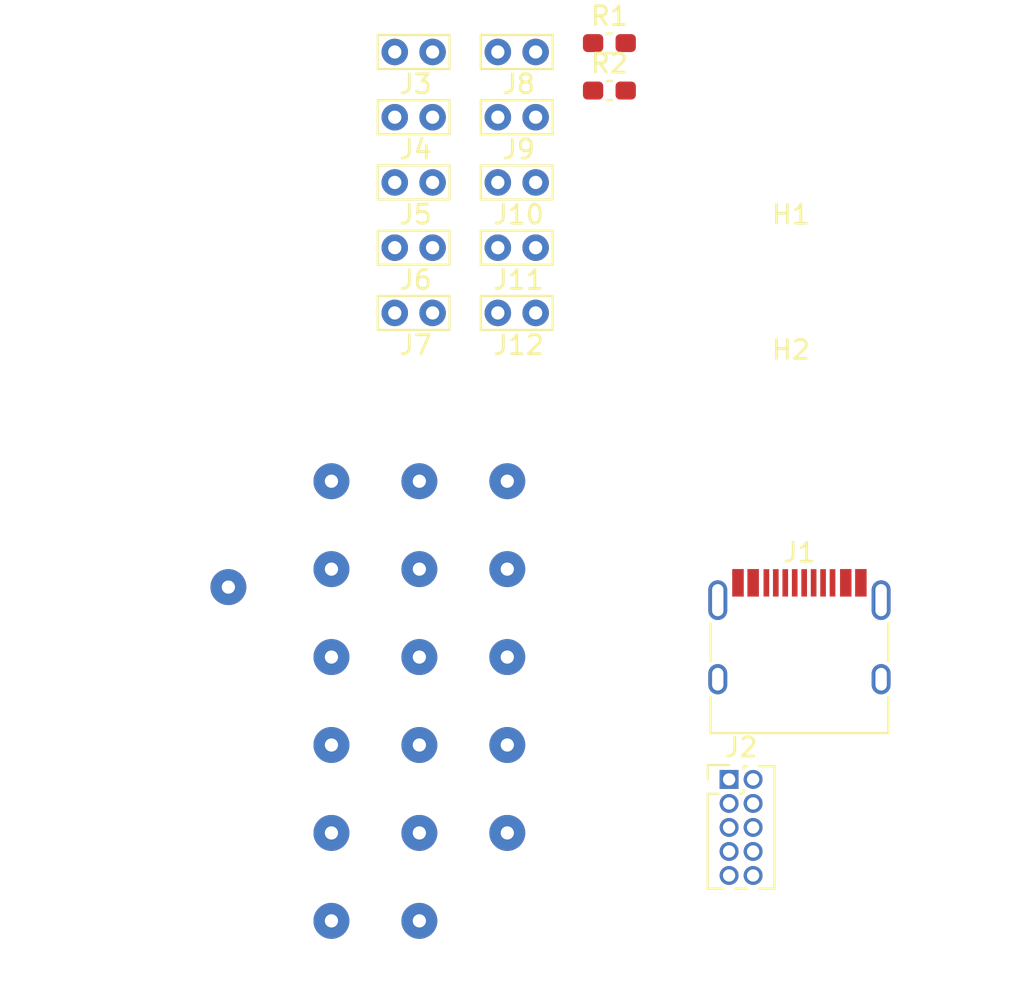
<source format=kicad_pcb>
(kicad_pcb (version 20240108) (generator "pcbnew") (generator_version "8.0")
  (title_block (rev "1"))
  (layers (0 "F.Cu" signal "Front") (31 "B.Cu" signal "Back") (34 "B.Paste" user) (35 "F.Paste" user) (36 "B.SilkS" user "B.Silkscreen") (37 "F.SilkS" user "F.Silkscreen") (38 "B.Mask" user) (39 "F.Mask" user) (44 "Edge.Cuts" user))
  (net 0 "")
  (net 1 "VBUS")
  (net 2 "/D-")
  (net 4 "GND")
  (net 5 "/D+")
  (net 6 "Net-(J1-CC2)")
  (net 8 "Net-(J1-CC1)")
  (net 9 "/SWDO")
  (net 11 "/SWDCK")
  (net 13 "/RESET")
  (net 16 "/SWDIO")
  (net 17 "+12V")
  (net 18 "+3V3")
  (net 19 "/SENSE1")
  (net 20 "/SENSE2")
  (net 21 "/SENSE3")
  (net 22 "/CANRX")
  (net 23 "/CANTX")
  (net 24 "/CANL")
  (net 25 "/CANH")
  (net 26 "/VUSB")
  (net 27 "/BOOT")
  (footprint "TestPoint:TestPoint_Bridge_Pitch2.0mm_Drill0.7mm" (layer "F.Cu") (at 102.15 120.45)
    (property "Reference" "J11" (at 1.1 1.7 0) (layer "F.SilkS"))
    (property "Value" "Conn_01x01_Socket")
    (fp_line (start -0.9 -0.9) (end -0.9 0.9) (stroke (width 0.12)) (layer "F.SilkS"))
    (fp_line (start -0.9 0.9) (end 2.9 0.9) (stroke (width 0.12)) (layer "F.SilkS"))
    (fp_line (start 2.9 -0.9) (end -0.9 -0.9) (stroke (width 0.12)) (layer "F.SilkS"))
    (fp_line (start 2.9 0.9) (end 2.9 -0.9) (stroke (width 0.12)) (layer "F.SilkS"))
    (pad "1" thru_hole circle (at 0 0) (size 1.4 1.4) (drill 0.7) (layers "*.Cu" "*.Mask") (net 24 "/CANL"))
    (pad "1" thru_hole circle (at 2 0) (size 1.4 1.4) (drill 0.7) (layers "*.Cu" "*.Mask") (net 24 "/CANL"))
  )
  (footprint "SJSU_common:MilMax_Pogo_0906-0-15-20-76-14-11-0" (layer "F.Cu") (at 98 151.4)
    (property "Reference" "TP12" (hide yes))
    (property "Value" "0906-0-15-20-76-14-11-0")
    (pad "1" thru_hole circle (at 0 0) (size 1.9 1.9) (drill 0.7) (layers "*.Cu" "*.Mask") (net 22 "/CANRX"))
  )
  (footprint "SJSU_common:MilMax_Pogo_0906-0-15-20-76-14-11-0" (layer "F.Cu") (at 87.9 138.4)
    (property "Reference" "TP1" (hide yes))
    (property "Value" "0906-0-15-20-76-14-11-0")
    (pad "1" thru_hole circle (at 0 0) (size 1.9 1.9) (drill 0.7) (layers "*.Cu" "*.Mask") (net 19 "/SENSE1"))
  )
  (footprint "SJSU_common:MilMax_Pogo_0906-0-15-20-76-14-11-0" (layer "F.Cu") (at 98 142.1)
    (property "Reference" "TP10" (hide yes))
    (property "Value" "0906-0-15-20-76-14-11-0")
    (pad "1" thru_hole circle (at 0 0) (size 1.9 1.9) (drill 0.7) (layers "*.Cu" "*.Mask") (net 4 "GND"))
  )
  (footprint "SJSU_common:MilMax_Pogo_0906-0-15-20-76-14-11-0" (layer "F.Cu") (at 93.35 142.1)
    (property "Reference" "TP4" (hide yes))
    (property "Value" "0906-0-15-20-76-14-11-0")
    (pad "1" thru_hole circle (at 0 0) (size 1.9 1.9) (drill 0.7) (layers "*.Cu" "*.Mask") (net 16 "/SWDIO"))
  )
  (footprint "SJSU_common:MilMax_Pogo_0906-0-15-20-76-14-11-0" (layer "F.Cu") (at 102.65 132.8)
    (property "Reference" "TP14" (hide yes))
    (property "Value" "0906-0-15-20-76-14-11-0")
    (pad "1" thru_hole circle (at 0 0) (size 1.9 1.9) (drill 0.7) (layers "*.Cu" "*.Mask") (net 27 "/BOOT"))
  )
  (footprint "SJSU_common:MilMax_Pogo_0906-0-15-20-76-14-11-0" (layer "F.Cu") (at 98 156.05)
    (property "Reference" "TP13" (hide yes))
    (property "Value" "0906-0-15-20-76-14-11-0")
    (pad "1" thru_hole circle (at 0 0) (size 1.9 1.9) (drill 0.7) (layers "*.Cu" "*.Mask") (net 23 "/CANTX"))
  )
  (footprint "Capacitor_SMD:C_0603_1608Metric_Pad1.08x0.95mm_HandSolder" (layer "F.Cu") (at 108.05 112.14)
    (property "Reference" "R2" (at 0 -1.43 0) (layer "F.SilkS"))
    (property "Value" "5.1k")
    (fp_line (start -0.146267 -0.51) (end 0.146267 -0.51) (stroke (width 0.12)) (layer "F.SilkS"))
    (fp_line (start -0.146267 0.51) (end 0.146267 0.51) (stroke (width 0.12)) (layer "F.SilkS"))
    (pad "1" smd roundrect (at -0.8625 0) (size 1.075 0.95) (layers "F.Cu" "F.Paste" "F.Mask") (net 4 "GND"))
    (pad "2" smd roundrect (at 0.8625 0) (size 1.075 0.95) (layers "F.Cu" "F.Paste" "F.Mask") (net 6 "Net-(J1-CC2)"))
  )
  (footprint "SJSU_common:MilMax_Pogo_0906-0-15-20-76-14-11-0" (layer "F.Cu") (at 102.65 142.1)
    (property "Reference" "TP16" (hide yes))
    (property "Value" "0906-0-15-20-76-14-11-0")
    (pad "1" thru_hole circle (at 0 0) (size 1.9 1.9) (drill 0.7) (layers "*.Cu" "*.Mask") (net 25 "/CANH"))
  )
  (footprint "SJSU_common:MilMax_Pogo_0906-0-15-20-76-14-11-0" (layer "F.Cu") (at 93.35 151.4)
    (property "Reference" "TP6" (hide yes))
    (property "Value" "0906-0-15-20-76-14-11-0")
    (pad "1" thru_hole circle (at 0 0) (size 1.9 1.9) (drill 0.7) (layers "*.Cu" "*.Mask") (net 11 "/SWDCK"))
  )
  (footprint "MountingHole:MountingHole_3.2mm_M3_DIN965" (layer "F.Cu") (at 117.65 122.5)
    (property "Reference" "H1" (at 0 -3.8 0) (layer "F.SilkS"))
    (property "Value" "MountingHole")
    (pad "" np_thru_hole circle (at 0 0) (size 3.2 3.2) (drill 3.2) (layers "*.Cu" "*.Mask"))
  )
  (footprint "MountingHole:MountingHole_3.2mm_M3_DIN965" (layer "F.Cu") (at 117.65 129.65)
    (property "Reference" "H2" (at 0 -3.8 0) (layer "F.SilkS"))
    (property "Value" "MountingHole")
    (pad "" np_thru_hole circle (at 0 0) (size 3.2 3.2) (drill 3.2) (layers "*.Cu" "*.Mask"))
  )
  (footprint "TestPoint:TestPoint_Bridge_Pitch2.0mm_Drill0.7mm" (layer "F.Cu") (at 96.7 123.9)
    (property "Reference" "J7" (at 1.1 1.7 0) (layer "F.SilkS"))
    (property "Value" "Conn_01x01_Socket")
    (fp_line (start -0.9 -0.9) (end -0.9 0.9) (stroke (width 0.12)) (layer "F.SilkS"))
    (fp_line (start -0.9 0.9) (end 2.9 0.9) (stroke (width 0.12)) (layer "F.SilkS"))
    (fp_line (start 2.9 -0.9) (end -0.9 -0.9) (stroke (width 0.12)) (layer "F.SilkS"))
    (fp_line (start 2.9 0.9) (end 2.9 -0.9) (stroke (width 0.12)) (layer "F.SilkS"))
    (pad "1" thru_hole circle (at 0 0) (size 1.4 1.4) (drill 0.7) (layers "*.Cu" "*.Mask") (net 20 "/SENSE2"))
    (pad "1" thru_hole circle (at 2 0) (size 1.4 1.4) (drill 0.7) (layers "*.Cu" "*.Mask") (net 20 "/SENSE2"))
  )
  (footprint "SJSU_common:MilMax_Pogo_0906-0-15-20-76-14-11-0" (layer "F.Cu") (at 93.35 132.8)
    (property "Reference" "TP2" (hide yes))
    (property "Value" "0906-0-15-20-76-14-11-0")
    (pad "1" thru_hole circle (at 0 0) (size 1.9 1.9) (drill 0.7) (layers "*.Cu" "*.Mask") (net 17 "+12V"))
  )
  (footprint "Capacitor_SMD:C_0603_1608Metric_Pad1.08x0.95mm_HandSolder" (layer "F.Cu") (at 108.05 109.63)
    (property "Reference" "R1" (at 0 -1.43 0) (layer "F.SilkS"))
    (property "Value" "5.1k")
    (fp_line (start -0.146267 -0.51) (end 0.146267 -0.51) (stroke (width 0.12)) (layer "F.SilkS"))
    (fp_line (start -0.146267 0.51) (end 0.146267 0.51) (stroke (width 0.12)) (layer "F.SilkS"))
    (pad "1" smd roundrect (at -0.8625 0) (size 1.075 0.95) (layers "F.Cu" "F.Paste" "F.Mask") (net 8 "Net-(J1-CC1)"))
    (pad "2" smd roundrect (at 0.8625 0) (size 1.075 0.95) (layers "F.Cu" "F.Paste" "F.Mask") (net 4 "GND"))
  )
  (footprint "SJSU_common:MilMax_Pogo_0906-0-15-20-76-14-11-0" (layer "F.Cu") (at 93.35 146.75)
    (property "Reference" "TP5" (hide yes))
    (property "Value" "0906-0-15-20-76-14-11-0")
    (pad "1" thru_hole circle (at 0 0) (size 1.9 1.9) (drill 0.7) (layers "*.Cu" "*.Mask") (net 13 "/RESET"))
  )
  (footprint "TestPoint:TestPoint_Bridge_Pitch2.0mm_Drill0.7mm" (layer "F.Cu") (at 102.15 113.55)
    (property "Reference" "J9" (at 1.1 1.7 0) (layer "F.SilkS"))
    (property "Value" "Conn_01x01_Socket")
    (fp_line (start -0.9 -0.9) (end -0.9 0.9) (stroke (width 0.12)) (layer "F.SilkS"))
    (fp_line (start -0.9 0.9) (end 2.9 0.9) (stroke (width 0.12)) (layer "F.SilkS"))
    (fp_line (start 2.9 -0.9) (end -0.9 -0.9) (stroke (width 0.12)) (layer "F.SilkS"))
    (fp_line (start 2.9 0.9) (end 2.9 -0.9) (stroke (width 0.12)) (layer "F.SilkS"))
    (pad "1" thru_hole circle (at 0 0) (size 1.4 1.4) (drill 0.7) (layers "*.Cu" "*.Mask") (net 22 "/CANRX"))
    (pad "1" thru_hole circle (at 2 0) (size 1.4 1.4) (drill 0.7) (layers "*.Cu" "*.Mask") (net 22 "/CANRX"))
  )
  (footprint "TestPoint:TestPoint_Bridge_Pitch2.0mm_Drill0.7mm" (layer "F.Cu") (at 102.15 123.9)
    (property "Reference" "J12" (at 1.1 1.7 0) (layer "F.SilkS"))
    (property "Value" "Conn_01x01_Socket")
    (fp_line (start -0.9 -0.9) (end -0.9 0.9) (stroke (width 0.12)) (layer "F.SilkS"))
    (fp_line (start -0.9 0.9) (end 2.9 0.9) (stroke (width 0.12)) (layer "F.SilkS"))
    (fp_line (start 2.9 -0.9) (end -0.9 -0.9) (stroke (width 0.12)) (layer "F.SilkS"))
    (fp_line (start 2.9 0.9) (end 2.9 -0.9) (stroke (width 0.12)) (layer "F.SilkS"))
    (pad "1" thru_hole circle (at 0 0) (size 1.4 1.4) (drill 0.7) (layers "*.Cu" "*.Mask") (net 25 "/CANH"))
    (pad "1" thru_hole circle (at 2 0) (size 1.4 1.4) (drill 0.7) (layers "*.Cu" "*.Mask") (net 25 "/CANH"))
  )
  (footprint "Connector_PinHeader_1.27mm:PinHeader_2x05_P1.27mm_Vertical" (layer "F.Cu") (at 114.38 148.57)
    (property "Reference" "J2" (at 0.635 -1.695 0) (layer "F.SilkS"))
    (property "Value" "Conn_ARM_JTAG_SWD_10")
    (fp_line (start -1.13 -0.76) (end 0 -0.76) (stroke (width 0.12)) (layer "F.SilkS"))
    (fp_line (start -1.13 0) (end -1.13 -0.76) (stroke (width 0.12)) (layer "F.SilkS"))
    (fp_line (start -1.13 0.76) (end -1.13 5.775) (stroke (width 0.12)) (layer "F.SilkS"))
    (fp_line (start -1.13 0.76) (end -0.563471 0.76) (stroke (width 0.12)) (layer "F.SilkS"))
    (fp_line (start -1.13 5.775) (end -0.30753 5.775) (stroke (width 0.12)) (layer "F.SilkS"))
    (fp_line (start 0.30753 5.775) (end 0.96247 5.775) (stroke (width 0.12)) (layer "F.SilkS"))
    (fp_line (start 0.563471 0.76) (end 0.706529 0.76) (stroke (width 0.12)) (layer "F.SilkS"))
    (fp_line (start 0.76 -0.695) (end 0.96247 -0.695) (stroke (width 0.12)) (layer "F.SilkS"))
    (fp_line (start 0.76 -0.563471) (end 0.76 -0.695) (stroke (width 0.12)) (layer "F.SilkS"))
    (fp_line (start 0.76 0.706529) (end 0.76 0.563471) (stroke (width 0.12)) (layer "F.SilkS"))
    (fp_line (start 1.57753 -0.695) (end 2.4 -0.695) (stroke (width 0.12)) (layer "F.SilkS"))
    (fp_line (start 1.57753 5.775) (end 2.4 5.775) (stroke (width 0.12)) (layer "F.SilkS"))
    (fp_line (start 2.4 -0.695) (end 2.4 5.775) (stroke (width 0.12)) (layer "F.SilkS"))
    (pad "1" thru_hole rect (at 0 0) (size 1 1) (drill 0.65) (layers "*.Cu" "*.Mask"))
    (pad "2" thru_hole oval (at 1.27 0) (size 1 1) (drill 0.65) (layers "*.Cu" "*.Mask") (net 16 "/SWDIO"))
    (pad "3" thru_hole oval (at 0 1.27) (size 1 1) (drill 0.65) (layers "*.Cu" "*.Mask") (net 4 "GND"))
    (pad "4" thru_hole oval (at 1.27 1.27) (size 1 1) (drill 0.65) (layers "*.Cu" "*.Mask") (net 11 "/SWDCK"))
    (pad "5" thru_hole oval (at 0 2.54) (size 1 1) (drill 0.65) (layers "*.Cu" "*.Mask") (net 4 "GND"))
    (pad "6" thru_hole oval (at 1.27 2.54) (size 1 1) (drill 0.65) (layers "*.Cu" "*.Mask") (net 9 "/SWDO"))
    (pad "7" thru_hole oval (at 0 3.81) (size 1 1) (drill 0.65) (layers "*.Cu" "*.Mask"))
    (pad "8" thru_hole oval (at 1.27 3.81) (size 1 1) (drill 0.65) (layers "*.Cu" "*.Mask"))
    (pad "9" thru_hole oval (at 0 5.08) (size 1 1) (drill 0.65) (layers "*.Cu" "*.Mask"))
    (pad "10" thru_hole oval (at 1.27 5.08) (size 1 1) (drill 0.65) (layers "*.Cu" "*.Mask") (net 13 "/RESET"))
  )
  (footprint "SJSU_common:MilMax_Pogo_0906-0-15-20-76-14-11-0" (layer "F.Cu") (at 93.35 137.45)
    (property "Reference" "TP3" (hide yes))
    (property "Value" "0906-0-15-20-76-14-11-0")
    (pad "1" thru_hole circle (at 0 0) (size 1.9 1.9) (drill 0.7) (layers "*.Cu" "*.Mask") (net 20 "/SENSE2"))
  )
  (footprint "TestPoint:TestPoint_Bridge_Pitch2.0mm_Drill0.7mm" (layer "F.Cu") (at 102.15 110.1)
    (property "Reference" "J8" (at 1.1 1.7 0) (layer "F.SilkS"))
    (property "Value" "Conn_01x01_Socket")
    (fp_line (start -0.9 -0.9) (end -0.9 0.9) (stroke (width 0.12)) (layer "F.SilkS"))
    (fp_line (start -0.9 0.9) (end 2.9 0.9) (stroke (width 0.12)) (layer "F.SilkS"))
    (fp_line (start 2.9 -0.9) (end -0.9 -0.9) (stroke (width 0.12)) (layer "F.SilkS"))
    (fp_line (start 2.9 0.9) (end 2.9 -0.9) (stroke (width 0.12)) (layer "F.SilkS"))
    (pad "1" thru_hole circle (at 0 0) (size 1.4 1.4) (drill 0.7) (layers "*.Cu" "*.Mask") (net 21 "/SENSE3"))
    (pad "1" thru_hole circle (at 2 0) (size 1.4 1.4) (drill 0.7) (layers "*.Cu" "*.Mask") (net 21 "/SENSE3"))
  )
  (footprint "TestPoint:TestPoint_Bridge_Pitch2.0mm_Drill0.7mm" (layer "F.Cu") (at 96.7 120.45)
    (property "Reference" "J6" (at 1.1 1.7 0) (layer "F.SilkS"))
    (property "Value" "Conn_01x01_Socket")
    (fp_line (start -0.9 -0.9) (end -0.9 0.9) (stroke (width 0.12)) (layer "F.SilkS"))
    (fp_line (start -0.9 0.9) (end 2.9 0.9) (stroke (width 0.12)) (layer "F.SilkS"))
    (fp_line (start 2.9 -0.9) (end -0.9 -0.9) (stroke (width 0.12)) (layer "F.SilkS"))
    (fp_line (start 2.9 0.9) (end 2.9 -0.9) (stroke (width 0.12)) (layer "F.SilkS"))
    (pad "1" thru_hole circle (at 0 0) (size 1.4 1.4) (drill 0.7) (layers "*.Cu" "*.Mask") (net 19 "/SENSE1"))
    (pad "1" thru_hole circle (at 2 0) (size 1.4 1.4) (drill 0.7) (layers "*.Cu" "*.Mask") (net 19 "/SENSE1"))
  )
  (footprint "SJSU_common:MilMax_Pogo_0906-0-15-20-76-14-11-0" (layer "F.Cu") (at 102.65 137.45)
    (property "Reference" "TP15" (hide yes))
    (property "Value" "0906-0-15-20-76-14-11-0")
    (pad "1" thru_hole circle (at 0 0) (size 1.9 1.9) (drill 0.7) (layers "*.Cu" "*.Mask") (net 24 "/CANL"))
  )
  (footprint "TestPoint:TestPoint_Bridge_Pitch2.0mm_Drill0.7mm" (layer "F.Cu") (at 102.15 117)
    (property "Reference" "J10" (at 1.1 1.7 0) (layer "F.SilkS"))
    (property "Value" "Conn_01x01_Socket")
    (fp_line (start -0.9 -0.9) (end -0.9 0.9) (stroke (width 0.12)) (layer "F.SilkS"))
    (fp_line (start -0.9 0.9) (end 2.9 0.9) (stroke (width 0.12)) (layer "F.SilkS"))
    (fp_line (start 2.9 -0.9) (end -0.9 -0.9) (stroke (width 0.12)) (layer "F.SilkS"))
    (fp_line (start 2.9 0.9) (end 2.9 -0.9) (stroke (width 0.12)) (layer "F.SilkS"))
    (pad "1" thru_hole circle (at 0 0) (size 1.4 1.4) (drill 0.7) (layers "*.Cu" "*.Mask") (net 23 "/CANTX"))
    (pad "1" thru_hole circle (at 2 0) (size 1.4 1.4) (drill 0.7) (layers "*.Cu" "*.Mask") (net 23 "/CANTX"))
  )
  (footprint "Connector_USB:USB_C_Receptacle_HRO_TYPE-C-31-M-12" (layer "F.Cu") (at 118.1 142.22)
    (property "Reference" "J1" (at 0 -5.645 0) (layer "F.SilkS"))
    (property "Value" "USB_C_Receptacle_USB2.0_16P")
    (fp_line (start -4.7 -1.9) (end -4.7 0.1) (stroke (width 0.12)) (layer "F.SilkS"))
    (fp_line (start -4.7 2) (end -4.7 3.9) (stroke (width 0.12)) (layer "F.SilkS"))
    (fp_line (start -4.7 3.9) (end 4.7 3.9) (stroke (width 0.12)) (layer "F.SilkS"))
    (fp_line (start 4.7 -1.9) (end 4.7 0.1) (stroke (width 0.12)) (layer "F.SilkS"))
    (fp_line (start 4.7 2) (end 4.7 3.9) (stroke (width 0.12)) (layer "F.SilkS"))
    (pad "" np_thru_hole circle (at -2.89 -2.6) (size 0.65 0.65) (drill 0.65) (layers "*.Cu" "*.Mask"))
    (pad "" np_thru_hole circle (at 2.89 -2.6) (size 0.65 0.65) (drill 0.65) (layers "*.Cu" "*.Mask"))
    (pad "A1" smd rect (at -3.25 -4.045) (size 0.6 1.45) (layers "F.Cu" "F.Paste" "F.Mask") (net 4 "GND"))
    (pad "A4" smd rect (at -2.45 -4.045) (size 0.6 1.45) (layers "F.Cu" "F.Paste" "F.Mask") (net 1 "VBUS"))
    (pad "A5" smd rect (at -1.25 -4.045) (size 0.3 1.45) (layers "F.Cu" "F.Paste" "F.Mask") (net 8 "Net-(J1-CC1)"))
    (pad "A6" smd rect (at -0.25 -4.045) (size 0.3 1.45) (layers "F.Cu" "F.Paste" "F.Mask") (net 5 "/D+"))
    (pad "A7" smd rect (at 0.25 -4.045) (size 0.3 1.45) (layers "F.Cu" "F.Paste" "F.Mask") (net 2 "/D-"))
    (pad "A8" smd rect (at 1.25 -4.045) (size 0.3 1.45) (layers "F.Cu" "F.Paste" "F.Mask"))
    (pad "A9" smd rect (at 2.45 -4.045) (size 0.6 1.45) (layers "F.Cu" "F.Paste" "F.Mask") (net 1 "VBUS"))
    (pad "A12" smd rect (at 3.25 -4.045) (size 0.6 1.45) (layers "F.Cu" "F.Paste" "F.Mask") (net 4 "GND"))
    (pad "B1" smd rect (at 3.25 -4.045) (size 0.6 1.45) (layers "F.Cu" "F.Paste" "F.Mask") (net 4 "GND"))
    (pad "B4" smd rect (at 2.45 -4.045) (size 0.6 1.45) (layers "F.Cu" "F.Paste" "F.Mask") (net 1 "VBUS"))
    (pad "B5" smd rect (at 1.75 -4.045) (size 0.3 1.45) (layers "F.Cu" "F.Paste" "F.Mask") (net 6 "Net-(J1-CC2)"))
    (pad "B6" smd rect (at 0.75 -4.045) (size 0.3 1.45) (layers "F.Cu" "F.Paste" "F.Mask") (net 5 "/D+"))
    (pad "B7" smd rect (at -0.75 -4.045) (size 0.3 1.45) (layers "F.Cu" "F.Paste" "F.Mask") (net 2 "/D-"))
    (pad "B8" smd rect (at -1.75 -4.045) (size 0.3 1.45) (layers "F.Cu" "F.Paste" "F.Mask"))
    (pad "B9" smd rect (at -2.45 -4.045) (size 0.6 1.45) (layers "F.Cu" "F.Paste" "F.Mask") (net 1 "VBUS"))
    (pad "B12" smd rect (at -3.25 -4.045) (size 0.6 1.45) (layers "F.Cu" "F.Paste" "F.Mask") (net 4 "GND"))
    (pad "S1" thru_hole oval (at -4.32 -3.13) (size 1 2.1) (drill oval 0.6 1.7) (property pad_prop_heatsink) (layers "*.Cu" "*.Mask") (net 4 "GND"))
    (pad "S1" thru_hole oval (at -4.32 1.05) (size 1 1.6) (drill oval 0.6 1.2) (property pad_prop_heatsink) (layers "*.Cu" "*.Mask") (net 4 "GND"))
    (pad "S1" thru_hole oval (at 4.32 -3.13) (size 1 2.1) (drill oval 0.6 1.7) (property pad_prop_heatsink) (layers "*.Cu" "*.Mask") (net 4 "GND"))
    (pad "S1" thru_hole oval (at 4.32 1.05) (size 1 1.6) (drill oval 0.6 1.2) (property pad_prop_heatsink) (layers "*.Cu" "*.Mask") (net 4 "GND"))
  )
  (footprint "TestPoint:TestPoint_Bridge_Pitch2.0mm_Drill0.7mm" (layer "F.Cu") (at 96.7 110.1)
    (property "Reference" "J3" (at 1.1 1.7 0) (layer "F.SilkS"))
    (property "Value" "Conn_01x01_Socket")
    (fp_line (start -0.9 -0.9) (end -0.9 0.9) (stroke (width 0.12)) (layer "F.SilkS"))
    (fp_line (start -0.9 0.9) (end 2.9 0.9) (stroke (width 0.12)) (layer "F.SilkS"))
    (fp_line (start 2.9 -0.9) (end -0.9 -0.9) (stroke (width 0.12)) (layer "F.SilkS"))
    (fp_line (start 2.9 0.9) (end 2.9 -0.9) (stroke (width 0.12)) (layer "F.SilkS"))
    (pad "1" thru_hole circle (at 0 0) (size 1.4 1.4) (drill 0.7) (layers "*.Cu" "*.Mask") (net 4 "GND"))
    (pad "1" thru_hole circle (at 2 0) (size 1.4 1.4) (drill 0.7) (layers "*.Cu" "*.Mask") (net 4 "GND"))
  )
  (footprint "SJSU_common:MilMax_Pogo_0906-0-15-20-76-14-11-0" (layer "F.Cu") (at 93.35 156.05)
    (property "Reference" "TP7" (hide yes))
    (property "Value" "0906-0-15-20-76-14-11-0")
    (pad "1" thru_hole circle (at 0 0) (size 1.9 1.9) (drill 0.7) (layers "*.Cu" "*.Mask") (net 9 "/SWDO"))
  )
  (footprint "SJSU_common:MilMax_Pogo_0906-0-15-20-76-14-11-0" (layer "F.Cu") (at 98 137.45)
    (property "Reference" "TP9" (hide yes))
    (property "Value" "0906-0-15-20-76-14-11-0")
    (pad "1" thru_hole circle (at 0 0) (size 1.9 1.9) (drill 0.7) (layers "*.Cu" "*.Mask") (net 18 "+3V3"))
  )
  (footprint "SJSU_common:MilMax_Pogo_0906-0-15-20-76-14-11-0" (layer "F.Cu") (at 98 132.8)
    (property "Reference" "TP8" (hide yes))
    (property "Value" "0906-0-15-20-76-14-11-0")
    (pad "1" thru_hole circle (at 0 0) (size 1.9 1.9) (drill 0.7) (layers "*.Cu" "*.Mask") (net 26 "/VUSB"))
  )
  (footprint "TestPoint:TestPoint_Bridge_Pitch2.0mm_Drill0.7mm" (layer "F.Cu") (at 96.7 113.55)
    (property "Reference" "J4" (at 1.1 1.7 0) (layer "F.SilkS"))
    (property "Value" "Conn_01x01_Socket")
    (fp_line (start -0.9 -0.9) (end -0.9 0.9) (stroke (width 0.12)) (layer "F.SilkS"))
    (fp_line (start -0.9 0.9) (end 2.9 0.9) (stroke (width 0.12)) (layer "F.SilkS"))
    (fp_line (start 2.9 -0.9) (end -0.9 -0.9) (stroke (width 0.12)) (layer "F.SilkS"))
    (fp_line (start 2.9 0.9) (end 2.9 -0.9) (stroke (width 0.12)) (layer "F.SilkS"))
    (pad "1" thru_hole circle (at 0 0) (size 1.4 1.4) (drill 0.7) (layers "*.Cu" "*.Mask") (net 17 "+12V"))
    (pad "1" thru_hole circle (at 2 0) (size 1.4 1.4) (drill 0.7) (layers "*.Cu" "*.Mask") (net 17 "+12V"))
  )
  (footprint "TestPoint:TestPoint_Bridge_Pitch2.0mm_Drill0.7mm" (layer "F.Cu") (at 96.7 117)
    (property "Reference" "J5" (at 1.1 1.7 0) (layer "F.SilkS"))
    (property "Value" "Conn_01x01_Socket")
    (fp_line (start -0.9 -0.9) (end -0.9 0.9) (stroke (width 0.12)) (layer "F.SilkS"))
    (fp_line (start -0.9 0.9) (end 2.9 0.9) (stroke (width 0.12)) (layer "F.SilkS"))
    (fp_line (start 2.9 -0.9) (end -0.9 -0.9) (stroke (width 0.12)) (layer "F.SilkS"))
    (fp_line (start 2.9 0.9) (end 2.9 -0.9) (stroke (width 0.12)) (layer "F.SilkS"))
    (pad "1" thru_hole circle (at 0 0) (size 1.4 1.4) (drill 0.7) (layers "*.Cu" "*.Mask") (net 18 "+3V3"))
    (pad "1" thru_hole circle (at 2 0) (size 1.4 1.4) (drill 0.7) (layers "*.Cu" "*.Mask") (net 18 "+3V3"))
  )
  (footprint "SJSU_common:MilMax_Pogo_0906-0-15-20-76-14-11-0" (layer "F.Cu") (at 102.65 146.75)
    (property "Reference" "TP17" (hide yes))
    (property "Value" "0906-0-15-20-76-14-11-0")
    (pad "1" thru_hole circle (at 0 0) (size 1.9 1.9) (drill 0.7) (layers "*.Cu" "*.Mask") (net 5 "/D+"))
  )
  (footprint "SJSU_common:MilMax_Pogo_0906-0-15-20-76-14-11-0" (layer "F.Cu") (at 102.65 151.4)
    (property "Reference" "TP18" (hide yes))
    (property "Value" "0906-0-15-20-76-14-11-0")
    (pad "1" thru_hole circle (at 0 0) (size 1.9 1.9) (drill 0.7) (layers "*.Cu" "*.Mask") (net 2 "/D-"))
  )
  (footprint "SJSU_common:MilMax_Pogo_0906-0-15-20-76-14-11-0" (layer "F.Cu") (at 98 146.75)
    (property "Reference" "TP11" (hide yes))
    (property "Value" "0906-0-15-20-76-14-11-0")
    (pad "1" thru_hole circle (at 0 0) (size 1.9 1.9) (drill 0.7) (layers "*.Cu" "*.Mask") (net 21 "/SENSE3"))
  )
)
</source>
